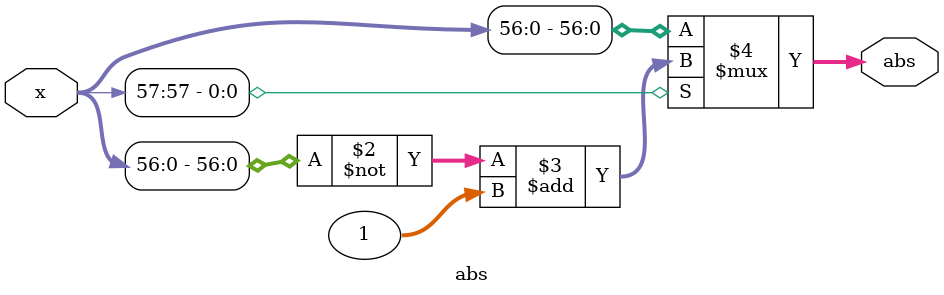
<source format=sv>
module abs#(parameter N=58)(
input wire[N-1:0] x,
output reg[N-2:0] abs
);

always@(*)begin
    abs = x[N-1] ? ~x[N-2:0]+1 : x[N-2:0];
end



endmodule

</source>
